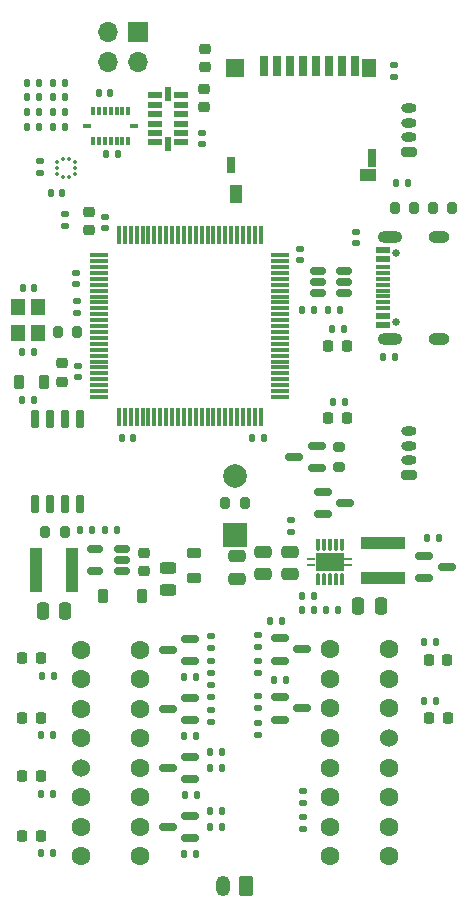
<source format=gbr>
%TF.GenerationSoftware,KiCad,Pcbnew,7.0.2-0*%
%TF.CreationDate,2023-10-14T20:17:31-05:00*%
%TF.ProjectId,Flight Computer,466c6967-6874-4204-936f-6d7075746572,1.1*%
%TF.SameCoordinates,Original*%
%TF.FileFunction,Soldermask,Top*%
%TF.FilePolarity,Negative*%
%FSLAX46Y46*%
G04 Gerber Fmt 4.6, Leading zero omitted, Abs format (unit mm)*
G04 Created by KiCad (PCBNEW 7.0.2-0) date 2023-10-14 20:17:31*
%MOMM*%
%LPD*%
G01*
G04 APERTURE LIST*
G04 Aperture macros list*
%AMRoundRect*
0 Rectangle with rounded corners*
0 $1 Rounding radius*
0 $2 $3 $4 $5 $6 $7 $8 $9 X,Y pos of 4 corners*
0 Add a 4 corners polygon primitive as box body*
4,1,4,$2,$3,$4,$5,$6,$7,$8,$9,$2,$3,0*
0 Add four circle primitives for the rounded corners*
1,1,$1+$1,$2,$3*
1,1,$1+$1,$4,$5*
1,1,$1+$1,$6,$7*
1,1,$1+$1,$8,$9*
0 Add four rect primitives between the rounded corners*
20,1,$1+$1,$2,$3,$4,$5,0*
20,1,$1+$1,$4,$5,$6,$7,0*
20,1,$1+$1,$6,$7,$8,$9,0*
20,1,$1+$1,$8,$9,$2,$3,0*%
G04 Aperture macros list end*
%ADD10RoundRect,0.150000X-0.587500X-0.150000X0.587500X-0.150000X0.587500X0.150000X-0.587500X0.150000X0*%
%ADD11RoundRect,0.135000X-0.185000X0.135000X-0.185000X-0.135000X0.185000X-0.135000X0.185000X0.135000X0*%
%ADD12RoundRect,0.218750X-0.218750X-0.256250X0.218750X-0.256250X0.218750X0.256250X-0.218750X0.256250X0*%
%ADD13RoundRect,0.150000X0.587500X0.150000X-0.587500X0.150000X-0.587500X-0.150000X0.587500X-0.150000X0*%
%ADD14RoundRect,0.200000X-0.275000X0.200000X-0.275000X-0.200000X0.275000X-0.200000X0.275000X0.200000X0*%
%ADD15RoundRect,0.218750X0.218750X0.256250X-0.218750X0.256250X-0.218750X-0.256250X0.218750X-0.256250X0*%
%ADD16RoundRect,0.135000X0.185000X-0.135000X0.185000X0.135000X-0.185000X0.135000X-0.185000X-0.135000X0*%
%ADD17RoundRect,0.135000X-0.135000X-0.185000X0.135000X-0.185000X0.135000X0.185000X-0.135000X0.185000X0*%
%ADD18RoundRect,0.200000X0.200000X0.275000X-0.200000X0.275000X-0.200000X-0.275000X0.200000X-0.275000X0*%
%ADD19RoundRect,0.140000X0.140000X0.170000X-0.140000X0.170000X-0.140000X-0.170000X0.140000X-0.170000X0*%
%ADD20RoundRect,0.225000X-0.250000X0.225000X-0.250000X-0.225000X0.250000X-0.225000X0.250000X0.225000X0*%
%ADD21RoundRect,0.140000X-0.140000X-0.170000X0.140000X-0.170000X0.140000X0.170000X-0.140000X0.170000X0*%
%ADD22RoundRect,0.218750X-0.381250X0.218750X-0.381250X-0.218750X0.381250X-0.218750X0.381250X0.218750X0*%
%ADD23RoundRect,0.140000X-0.170000X0.140000X-0.170000X-0.140000X0.170000X-0.140000X0.170000X0.140000X0*%
%ADD24RoundRect,0.218750X0.218750X0.381250X-0.218750X0.381250X-0.218750X-0.381250X0.218750X-0.381250X0*%
%ADD25RoundRect,0.200000X0.450000X-0.200000X0.450000X0.200000X-0.450000X0.200000X-0.450000X-0.200000X0*%
%ADD26O,1.300000X0.800000*%
%ADD27RoundRect,0.140000X0.170000X-0.140000X0.170000X0.140000X-0.170000X0.140000X-0.170000X-0.140000X0*%
%ADD28RoundRect,0.135000X0.135000X0.185000X-0.135000X0.185000X-0.135000X-0.185000X0.135000X-0.185000X0*%
%ADD29RoundRect,0.075000X-0.725000X-0.075000X0.725000X-0.075000X0.725000X0.075000X-0.725000X0.075000X0*%
%ADD30RoundRect,0.075000X-0.075000X-0.725000X0.075000X-0.725000X0.075000X0.725000X-0.075000X0.725000X0*%
%ADD31RoundRect,0.225000X0.250000X-0.225000X0.250000X0.225000X-0.250000X0.225000X-0.250000X-0.225000X0*%
%ADD32RoundRect,0.200000X-0.200000X-0.275000X0.200000X-0.275000X0.200000X0.275000X-0.200000X0.275000X0*%
%ADD33C,0.650000*%
%ADD34R,1.240000X0.600000*%
%ADD35R,1.240000X0.300000*%
%ADD36O,2.100000X1.000000*%
%ADD37O,1.800000X1.000000*%
%ADD38RoundRect,0.150000X0.512500X0.150000X-0.512500X0.150000X-0.512500X-0.150000X0.512500X-0.150000X0*%
%ADD39R,0.700000X1.750000*%
%ADD40R,1.450000X1.000000*%
%ADD41R,1.000000X1.550000*%
%ADD42R,0.800000X1.500000*%
%ADD43R,1.300000X1.500000*%
%ADD44R,1.500000X1.500000*%
%ADD45R,0.800000X1.400000*%
%ADD46RoundRect,0.250000X-0.250000X-0.475000X0.250000X-0.475000X0.250000X0.475000X-0.250000X0.475000X0*%
%ADD47R,1.200000X1.400000*%
%ADD48RoundRect,0.250000X-0.475000X0.250000X-0.475000X-0.250000X0.475000X-0.250000X0.475000X0.250000X0*%
%ADD49R,1.100000X3.700000*%
%ADD50R,3.700000X1.100000*%
%ADD51RoundRect,0.012500X0.112500X-0.325000X0.112500X0.325000X-0.112500X0.325000X-0.112500X-0.325000X0*%
%ADD52RoundRect,0.012500X0.325000X-0.112500X0.325000X0.112500X-0.325000X0.112500X-0.325000X-0.112500X0*%
%ADD53RoundRect,0.243750X0.456250X-0.243750X0.456250X0.243750X-0.456250X0.243750X-0.456250X-0.243750X0*%
%ADD54RoundRect,0.070000X-0.140000X0.140000X-0.140000X-0.140000X0.140000X-0.140000X0.140000X0.140000X0*%
%ADD55O,0.420000X0.990000*%
%ADD56C,0.600000*%
%ADD57R,1.050000X0.680000*%
%ADD58R,0.500000X0.260000*%
%ADD59R,0.700000X0.280000*%
%ADD60R,2.400000X1.650000*%
%ADD61RoundRect,0.012500X0.112500X0.125000X-0.112500X0.125000X-0.112500X-0.125000X0.112500X-0.125000X0*%
%ADD62RoundRect,0.012500X0.125000X0.112500X-0.125000X0.112500X-0.125000X-0.112500X0.125000X-0.112500X0*%
%ADD63RoundRect,0.027500X0.545000X0.247500X-0.545000X0.247500X-0.545000X-0.247500X0.545000X-0.247500X0*%
%ADD64RoundRect,0.027500X0.247500X0.545000X-0.247500X0.545000X-0.247500X-0.545000X0.247500X-0.545000X0*%
%ADD65RoundRect,0.150000X0.150000X-0.650000X0.150000X0.650000X-0.150000X0.650000X-0.150000X-0.650000X0*%
%ADD66RoundRect,0.225000X0.225000X0.375000X-0.225000X0.375000X-0.225000X-0.375000X0.225000X-0.375000X0*%
%ADD67RoundRect,0.250000X0.350000X0.625000X-0.350000X0.625000X-0.350000X-0.625000X0.350000X-0.625000X0*%
%ADD68O,1.200000X1.750000*%
%ADD69C,1.600000*%
%ADD70C,1.524000*%
%ADD71R,2.000000X2.000000*%
%ADD72C,2.000000*%
%ADD73R,1.700000X1.700000*%
%ADD74O,1.700000X1.700000*%
G04 APERTURE END LIST*
D10*
%TO.C,Q9*%
X168362500Y-109997500D03*
X168362500Y-111897500D03*
X170237500Y-110947500D03*
%TD*%
D11*
%TO.C,R3*%
X137950000Y-81090000D03*
X137950000Y-82110000D03*
%TD*%
D12*
%TO.C,D8*%
X134312500Y-123700000D03*
X135887500Y-123700000D03*
%TD*%
D13*
%TO.C,Q2*%
X148537500Y-133912500D03*
X148537500Y-132012500D03*
X146662500Y-132962500D03*
%TD*%
D14*
%TO.C,R18*%
X161150000Y-100837500D03*
X161150000Y-102487500D03*
%TD*%
D11*
%TO.C,R14*%
X154250000Y-124140000D03*
X154250000Y-125160000D03*
%TD*%
D13*
%TO.C,Q1*%
X159237500Y-102612500D03*
X159237500Y-100712500D03*
X157362500Y-101662500D03*
%TD*%
D15*
%TO.C,D2*%
X161787500Y-98362500D03*
X160212500Y-98362500D03*
%TD*%
D11*
%TO.C,R13*%
X154250000Y-121840000D03*
X154250000Y-122860000D03*
%TD*%
D16*
%TO.C,R9*%
X150270000Y-124080000D03*
X150270000Y-123060000D03*
%TD*%
D17*
%TO.C,R19*%
X164890000Y-93162500D03*
X165910000Y-93162500D03*
%TD*%
D18*
%TO.C,R2*%
X138975000Y-91087500D03*
X137325000Y-91087500D03*
%TD*%
D19*
%TO.C,C10*%
X135280000Y-92762500D03*
X134320000Y-92762500D03*
%TD*%
D17*
%TO.C,R22*%
X160020000Y-114600000D03*
X161040000Y-114600000D03*
%TD*%
D20*
%TO.C,C1*%
X149700000Y-70475000D03*
X149700000Y-72025000D03*
%TD*%
D16*
%TO.C,R23*%
X157100000Y-108022500D03*
X157100000Y-107002500D03*
%TD*%
D21*
%TO.C,C8*%
X140820000Y-70850000D03*
X141780000Y-70850000D03*
%TD*%
D19*
%TO.C,C15*%
X143730000Y-100050000D03*
X142770000Y-100050000D03*
%TD*%
D11*
%TO.C,R15*%
X150280000Y-116790000D03*
X150280000Y-117810000D03*
%TD*%
D16*
%TO.C,R35*%
X158060000Y-130957500D03*
X158060000Y-129937500D03*
%TD*%
D22*
%TO.C,FB2*%
X148844000Y-109757500D03*
X148844000Y-111882500D03*
%TD*%
D15*
%TO.C,D4*%
X170287500Y-118800000D03*
X168712500Y-118800000D03*
%TD*%
D18*
%TO.C,R21*%
X167500000Y-80550000D03*
X165850000Y-80550000D03*
%TD*%
D17*
%TO.C,R53*%
X136890000Y-71200000D03*
X137910000Y-71200000D03*
%TD*%
D23*
%TO.C,C25*%
X162580000Y-82580000D03*
X162580000Y-83540000D03*
%TD*%
D24*
%TO.C,FB1*%
X136162500Y-95312500D03*
X134037500Y-95312500D03*
%TD*%
D25*
%TO.C,J8*%
X167100000Y-103175000D03*
D26*
X167100000Y-101925000D03*
X167100000Y-100675000D03*
X167100000Y-99425000D03*
%TD*%
D27*
%TO.C,C16*%
X139000000Y-94867500D03*
X139000000Y-93907500D03*
%TD*%
D19*
%TO.C,C18*%
X158980000Y-113450000D03*
X158020000Y-113450000D03*
%TD*%
D17*
%TO.C,R37*%
X168340000Y-117300000D03*
X169360000Y-117300000D03*
%TD*%
D19*
%TO.C,C3*%
X137680000Y-79250000D03*
X136720000Y-79250000D03*
%TD*%
D28*
%TO.C,R46*%
X158980000Y-89180000D03*
X157960000Y-89180000D03*
%TD*%
%TO.C,R17*%
X161520000Y-90830000D03*
X160500000Y-90830000D03*
%TD*%
D29*
%TO.C,U1*%
X140825000Y-84562500D03*
X140825000Y-85062500D03*
X140825000Y-85562500D03*
X140825000Y-86062500D03*
X140825000Y-86562500D03*
X140825000Y-87062500D03*
X140825000Y-87562500D03*
X140825000Y-88062500D03*
X140825000Y-88562500D03*
X140825000Y-89062500D03*
X140825000Y-89562500D03*
X140825000Y-90062500D03*
X140825000Y-90562500D03*
X140825000Y-91062500D03*
X140825000Y-91562500D03*
X140825000Y-92062500D03*
X140825000Y-92562500D03*
X140825000Y-93062500D03*
X140825000Y-93562500D03*
X140825000Y-94062500D03*
X140825000Y-94562500D03*
X140825000Y-95062500D03*
X140825000Y-95562500D03*
X140825000Y-96062500D03*
X140825000Y-96562500D03*
D30*
X142500000Y-98237500D03*
X143000000Y-98237500D03*
X143500000Y-98237500D03*
X144000000Y-98237500D03*
X144500000Y-98237500D03*
X145000000Y-98237500D03*
X145500000Y-98237500D03*
X146000000Y-98237500D03*
X146500000Y-98237500D03*
X147000000Y-98237500D03*
X147500000Y-98237500D03*
X148000000Y-98237500D03*
X148500000Y-98237500D03*
X149000000Y-98237500D03*
X149500000Y-98237500D03*
X150000000Y-98237500D03*
X150500000Y-98237500D03*
X151000000Y-98237500D03*
X151500000Y-98237500D03*
X152000000Y-98237500D03*
X152500000Y-98237500D03*
X153000000Y-98237500D03*
X153500000Y-98237500D03*
X154000000Y-98237500D03*
X154500000Y-98237500D03*
D29*
X156175000Y-96562500D03*
X156175000Y-96062500D03*
X156175000Y-95562500D03*
X156175000Y-95062500D03*
X156175000Y-94562500D03*
X156175000Y-94062500D03*
X156175000Y-93562500D03*
X156175000Y-93062500D03*
X156175000Y-92562500D03*
X156175000Y-92062500D03*
X156175000Y-91562500D03*
X156175000Y-91062500D03*
X156175000Y-90562500D03*
X156175000Y-90062500D03*
X156175000Y-89562500D03*
X156175000Y-89062500D03*
X156175000Y-88562500D03*
X156175000Y-88062500D03*
X156175000Y-87562500D03*
X156175000Y-87062500D03*
X156175000Y-86562500D03*
X156175000Y-86062500D03*
X156175000Y-85562500D03*
X156175000Y-85062500D03*
X156175000Y-84562500D03*
D30*
X154500000Y-82887500D03*
X154000000Y-82887500D03*
X153500000Y-82887500D03*
X153000000Y-82887500D03*
X152500000Y-82887500D03*
X152000000Y-82887500D03*
X151500000Y-82887500D03*
X151000000Y-82887500D03*
X150500000Y-82887500D03*
X150000000Y-82887500D03*
X149500000Y-82887500D03*
X149000000Y-82887500D03*
X148500000Y-82887500D03*
X148000000Y-82887500D03*
X147500000Y-82887500D03*
X147000000Y-82887500D03*
X146500000Y-82887500D03*
X146000000Y-82887500D03*
X145500000Y-82887500D03*
X145000000Y-82887500D03*
X144500000Y-82887500D03*
X144000000Y-82887500D03*
X143500000Y-82887500D03*
X143000000Y-82887500D03*
X142500000Y-82887500D03*
%TD*%
D15*
%TO.C,D5*%
X170337500Y-123700000D03*
X168762500Y-123700000D03*
%TD*%
D31*
%TO.C,C7*%
X140000000Y-82425000D03*
X140000000Y-80875000D03*
%TD*%
D28*
%TO.C,R39*%
X137010000Y-120200000D03*
X135990000Y-120200000D03*
%TD*%
D19*
%TO.C,C29*%
X135280000Y-96800000D03*
X134320000Y-96800000D03*
%TD*%
D28*
%TO.C,R27*%
X166960000Y-78412500D03*
X165940000Y-78412500D03*
%TD*%
D17*
%TO.C,R38*%
X168340000Y-122300000D03*
X169360000Y-122300000D03*
%TD*%
%TO.C,R33*%
X148040000Y-125262500D03*
X149060000Y-125262500D03*
%TD*%
%TO.C,R44*%
X139240000Y-107850000D03*
X140260000Y-107850000D03*
%TD*%
%TO.C,R1*%
X168590000Y-108500000D03*
X169610000Y-108500000D03*
%TD*%
D28*
%TO.C,R40*%
X136960000Y-130150000D03*
X135940000Y-130150000D03*
%TD*%
D32*
%TO.C,R42*%
X136275000Y-108000000D03*
X137925000Y-108000000D03*
%TD*%
D33*
%TO.C,J7*%
X165960000Y-90192500D03*
X165960000Y-84412500D03*
D34*
X164840000Y-90502500D03*
X164840000Y-89702500D03*
D35*
X164840000Y-88552500D03*
X164840000Y-87552500D03*
X164840000Y-87052500D03*
X164840000Y-86052500D03*
D34*
X164840000Y-84902500D03*
X164840000Y-84102500D03*
X164840000Y-84102500D03*
X164840000Y-84902500D03*
D35*
X164840000Y-85552500D03*
X164840000Y-86552500D03*
X164840000Y-88052500D03*
X164840000Y-89052500D03*
D34*
X164840000Y-89702500D03*
X164840000Y-90502500D03*
D36*
X165440000Y-91622500D03*
D37*
X169640000Y-91622500D03*
D36*
X165440000Y-82982500D03*
D37*
X169640000Y-82982500D03*
%TD*%
D28*
%TO.C,R30*%
X156310000Y-115550000D03*
X155290000Y-115550000D03*
%TD*%
D11*
%TO.C,R12*%
X154260000Y-118950000D03*
X154260000Y-119970000D03*
%TD*%
D23*
%TO.C,C12*%
X157850000Y-84007500D03*
X157850000Y-84967500D03*
%TD*%
D17*
%TO.C,R48*%
X134690000Y-69970000D03*
X135710000Y-69970000D03*
%TD*%
D28*
%TO.C,R8*%
X151260000Y-126650000D03*
X150240000Y-126650000D03*
%TD*%
D10*
%TO.C,Q7*%
X156122500Y-121987500D03*
X156122500Y-123887500D03*
X157997500Y-122937500D03*
%TD*%
D27*
%TO.C,C9*%
X138900000Y-86992500D03*
X138900000Y-86032500D03*
%TD*%
D12*
%TO.C,D3*%
X134312500Y-133700000D03*
X135887500Y-133700000D03*
%TD*%
D27*
%TO.C,C4*%
X135850000Y-77580000D03*
X135850000Y-76620000D03*
%TD*%
D17*
%TO.C,R49*%
X136890000Y-69970000D03*
X137910000Y-69970000D03*
%TD*%
D31*
%TO.C,C24*%
X137650000Y-95262500D03*
X137650000Y-93712500D03*
%TD*%
D11*
%TO.C,R16*%
X150280000Y-118890000D03*
X150280000Y-119910000D03*
%TD*%
D38*
%TO.C,U2*%
X161587500Y-87762500D03*
X161587500Y-86812500D03*
X161587500Y-85862500D03*
X159312500Y-85862500D03*
X159312500Y-86812500D03*
X159312500Y-87762500D03*
%TD*%
D39*
%TO.C,J10*%
X154795000Y-68562500D03*
X155895000Y-68562500D03*
X156995000Y-68562500D03*
X158095000Y-68562500D03*
X159195000Y-68562500D03*
X160295000Y-68562500D03*
X161395000Y-68562500D03*
X162495000Y-68562500D03*
D40*
X163620000Y-77787500D03*
D41*
X152395000Y-79362500D03*
D42*
X163945000Y-76287500D03*
D43*
X163695000Y-68687500D03*
D44*
X152345000Y-68687500D03*
D45*
X151995000Y-76937500D03*
%TD*%
D18*
%TO.C,R28*%
X153150000Y-105512500D03*
X151500000Y-105512500D03*
%TD*%
D32*
%TO.C,R20*%
X169075000Y-80550000D03*
X170725000Y-80550000D03*
%TD*%
D46*
%TO.C,C20*%
X136050000Y-114712500D03*
X137950000Y-114712500D03*
%TD*%
D17*
%TO.C,R4*%
X150190000Y-132950000D03*
X151210000Y-132950000D03*
%TD*%
D47*
%TO.C,Y1*%
X133975000Y-88962500D03*
X133975000Y-91162500D03*
X135675000Y-91162500D03*
X135675000Y-88962500D03*
%TD*%
D28*
%TO.C,R31*%
X156610000Y-120550000D03*
X155590000Y-120550000D03*
%TD*%
%TO.C,R36*%
X136960000Y-135200000D03*
X135940000Y-135200000D03*
%TD*%
D17*
%TO.C,R52*%
X134690000Y-71200000D03*
X135710000Y-71200000D03*
%TD*%
D28*
%TO.C,R41*%
X136960000Y-125200000D03*
X135940000Y-125200000D03*
%TD*%
D10*
%TO.C,Q6*%
X156122500Y-116987500D03*
X156122500Y-118887500D03*
X157997500Y-117937500D03*
%TD*%
D48*
%TO.C,C21*%
X156950000Y-109650000D03*
X156950000Y-111550000D03*
%TD*%
%TO.C,C23*%
X152500000Y-110048000D03*
X152500000Y-111948000D03*
%TD*%
D49*
%TO.C,L2*%
X138500000Y-111212500D03*
X135500000Y-111212500D03*
%TD*%
D46*
%TO.C,C17*%
X162750000Y-114300000D03*
X164650000Y-114300000D03*
%TD*%
D28*
%TO.C,R45*%
X161190000Y-89180000D03*
X160170000Y-89180000D03*
%TD*%
D25*
%TO.C,J9*%
X167100000Y-75837500D03*
D26*
X167100000Y-74587500D03*
X167100000Y-73337500D03*
X167100000Y-72087500D03*
%TD*%
D50*
%TO.C,L1*%
X164900000Y-111912500D03*
X164900000Y-108912500D03*
%TD*%
D17*
%TO.C,R32*%
X148030000Y-120262500D03*
X149050000Y-120262500D03*
%TD*%
%TO.C,R7*%
X150240000Y-127950000D03*
X151260000Y-127950000D03*
%TD*%
D10*
%TO.C,Q4*%
X159775000Y-104612500D03*
X159775000Y-106512500D03*
X161650000Y-105562500D03*
%TD*%
D17*
%TO.C,R50*%
X134690000Y-72450000D03*
X135710000Y-72450000D03*
%TD*%
%TO.C,R55*%
X136890000Y-73700000D03*
X137910000Y-73700000D03*
%TD*%
D51*
%TO.C,U4*%
X140300000Y-72337500D03*
X140800000Y-72337500D03*
X141300000Y-72337500D03*
X141800000Y-72337500D03*
X142300000Y-72337500D03*
X142800000Y-72337500D03*
X143300000Y-72337500D03*
D52*
X143812500Y-73600000D03*
D51*
X143300000Y-74862500D03*
X142800000Y-74862500D03*
X142300000Y-74862500D03*
X141800000Y-74862500D03*
X141300000Y-74862500D03*
X140800000Y-74862500D03*
X140300000Y-74862500D03*
D52*
X139787500Y-73600000D03*
%TD*%
D16*
%TO.C,R10*%
X150270000Y-121990000D03*
X150270000Y-120970000D03*
%TD*%
D13*
%TO.C,Q5*%
X148537500Y-123912500D03*
X148537500Y-122012500D03*
X146662500Y-122962500D03*
%TD*%
D12*
%TO.C,D6*%
X134312500Y-118700000D03*
X135887500Y-118700000D03*
%TD*%
D17*
%TO.C,R5*%
X157990000Y-114600000D03*
X159010000Y-114600000D03*
%TD*%
D31*
%TO.C,C19*%
X144650000Y-111325000D03*
X144650000Y-109775000D03*
%TD*%
D53*
%TO.C,F1*%
X146660000Y-112887500D03*
X146660000Y-111012500D03*
%TD*%
D28*
%TO.C,R6*%
X151210000Y-131650000D03*
X150190000Y-131650000D03*
%TD*%
D17*
%TO.C,R29*%
X148080000Y-130262500D03*
X149100000Y-130262500D03*
%TD*%
D54*
%TO.C,U8*%
X161350000Y-108777500D03*
D55*
X161350000Y-109062500D03*
D54*
X160850000Y-108777500D03*
D55*
X160850000Y-109062500D03*
D54*
X160350000Y-108777500D03*
D55*
X160350000Y-109062500D03*
D54*
X159850000Y-108777500D03*
D55*
X159850000Y-109062500D03*
D54*
X159350000Y-108777500D03*
D55*
X159350000Y-109062500D03*
X159350000Y-112012500D03*
D54*
X159350000Y-112297500D03*
D55*
X159850000Y-112012500D03*
D54*
X159850000Y-112297500D03*
D55*
X160350000Y-112012500D03*
D54*
X160350000Y-112297500D03*
D55*
X160850000Y-112012500D03*
D54*
X160850000Y-112297500D03*
D55*
X161350000Y-112012500D03*
D54*
X161350000Y-112297500D03*
D56*
X161100000Y-110037500D03*
X159600000Y-110037500D03*
D57*
X160985000Y-110087500D03*
X159715000Y-110087500D03*
D58*
X161980000Y-110287500D03*
D59*
X161900000Y-110287500D03*
X158800000Y-110287500D03*
D58*
X158720000Y-110287500D03*
D56*
X160350000Y-110537500D03*
D60*
X160350000Y-110537500D03*
D58*
X161980000Y-110787500D03*
D59*
X161900000Y-110787500D03*
X158800000Y-110787500D03*
D58*
X158720000Y-110787500D03*
D57*
X160985000Y-110987500D03*
X159715000Y-110987500D03*
D56*
X161100000Y-111037500D03*
X159600000Y-111037500D03*
%TD*%
D11*
%TO.C,R11*%
X154260000Y-116740000D03*
X154260000Y-117760000D03*
%TD*%
D61*
%TO.C,U5*%
X137757500Y-77925000D03*
X138257500Y-77925000D03*
D62*
X138770000Y-77662500D03*
X138770000Y-77162500D03*
X138770000Y-76662500D03*
D61*
X138257500Y-76400000D03*
X137757500Y-76400000D03*
D62*
X137245000Y-76662500D03*
X137245000Y-77162500D03*
X137245000Y-77662500D03*
%TD*%
D20*
%TO.C,C28*%
X149750000Y-67075000D03*
X149750000Y-68625000D03*
%TD*%
D17*
%TO.C,R51*%
X136890000Y-72450000D03*
X137910000Y-72450000D03*
%TD*%
D13*
%TO.C,Q3*%
X148537500Y-128912500D03*
X148537500Y-127012500D03*
X146662500Y-127962500D03*
%TD*%
D15*
%TO.C,D1*%
X161787500Y-92250000D03*
X160212500Y-92250000D03*
%TD*%
D19*
%TO.C,C13*%
X154755000Y-100000000D03*
X153795000Y-100000000D03*
%TD*%
D63*
%TO.C,U3*%
X147750000Y-75012500D03*
X147750000Y-74212500D03*
X147750000Y-73412500D03*
X147750000Y-72612500D03*
X147750000Y-71812500D03*
X147750000Y-71012500D03*
D64*
X146652500Y-70915000D03*
D63*
X145555000Y-71012500D03*
X145555000Y-71812500D03*
X145555000Y-72612500D03*
X145555000Y-73412500D03*
X145555000Y-74212500D03*
X145555000Y-75012500D03*
D64*
X146652500Y-75110000D03*
%TD*%
D12*
%TO.C,D7*%
X134312500Y-128650000D03*
X135887500Y-128650000D03*
%TD*%
D65*
%TO.C,U7*%
X135395000Y-105600000D03*
X136665000Y-105600000D03*
X137935000Y-105600000D03*
X139205000Y-105600000D03*
X139205000Y-98400000D03*
X137935000Y-98400000D03*
X136665000Y-98400000D03*
X135395000Y-98400000D03*
%TD*%
D27*
%TO.C,C2*%
X149500000Y-75142500D03*
X149500000Y-74182500D03*
%TD*%
D11*
%TO.C,R26*%
X165750000Y-68490000D03*
X165750000Y-69510000D03*
%TD*%
D48*
%TO.C,C22*%
X154700000Y-109650000D03*
X154700000Y-111550000D03*
%TD*%
D28*
%TO.C,R24*%
X161640000Y-97007500D03*
X160620000Y-97007500D03*
%TD*%
D21*
%TO.C,C6*%
X134370000Y-87362500D03*
X135330000Y-87362500D03*
%TD*%
D17*
%TO.C,R54*%
X134690000Y-73700000D03*
X135710000Y-73700000D03*
%TD*%
D19*
%TO.C,C5*%
X142380000Y-76000000D03*
X141420000Y-76000000D03*
%TD*%
D17*
%TO.C,R34*%
X148040000Y-135262500D03*
X149060000Y-135262500D03*
%TD*%
%TO.C,R43*%
X141340000Y-107850000D03*
X142360000Y-107850000D03*
%TD*%
D27*
%TO.C,C11*%
X141350000Y-82280000D03*
X141350000Y-81320000D03*
%TD*%
D16*
%TO.C,R25*%
X158060000Y-133110000D03*
X158060000Y-132090000D03*
%TD*%
D38*
%TO.C,U9*%
X142787500Y-111300000D03*
X142787500Y-110350000D03*
X142787500Y-109400000D03*
X140512500Y-109400000D03*
X140512500Y-111300000D03*
%TD*%
D27*
%TO.C,C14*%
X138950000Y-89417500D03*
X138950000Y-88457500D03*
%TD*%
D66*
%TO.C,D15*%
X144450000Y-113450000D03*
X141150000Y-113450000D03*
%TD*%
D13*
%TO.C,Q8*%
X148537500Y-118912500D03*
X148537500Y-117012500D03*
X146662500Y-117962500D03*
%TD*%
D67*
%TO.C,J4*%
X153300000Y-137950000D03*
D68*
X151300000Y-137950000D03*
%TD*%
D69*
%TO.C,J2*%
X139300000Y-135462500D03*
X144300000Y-135462500D03*
X139300000Y-132962500D03*
X144300000Y-132962500D03*
X139300000Y-130462500D03*
X144300000Y-130462500D03*
D70*
X139300000Y-127962500D03*
D69*
X144300000Y-127962500D03*
X139300000Y-125462500D03*
X144300000Y-125462500D03*
X139300000Y-122962500D03*
X144300000Y-122962500D03*
X139300000Y-120462500D03*
X144300000Y-120462500D03*
X139300000Y-117962500D03*
X144300000Y-117962500D03*
%TD*%
D71*
%TO.C,BZ1*%
X152300000Y-108212500D03*
D72*
X152300000Y-103212500D03*
%TD*%
D69*
%TO.C,J1*%
X165350000Y-117937500D03*
X160350000Y-117937500D03*
X165350000Y-120437500D03*
X160350000Y-120437500D03*
X165350000Y-122937500D03*
X160350000Y-122937500D03*
D70*
X165350000Y-125437500D03*
D69*
X160350000Y-125437500D03*
X165350000Y-127937500D03*
X160350000Y-127937500D03*
X165350000Y-130437500D03*
X160350000Y-130437500D03*
X165350000Y-132937500D03*
X160350000Y-132937500D03*
X165350000Y-135437500D03*
X160350000Y-135437500D03*
%TD*%
D73*
%TO.C,J3*%
X144100000Y-65675000D03*
D74*
X141560000Y-65675000D03*
X144100000Y-68215000D03*
X141560000Y-68215000D03*
%TD*%
M02*

</source>
